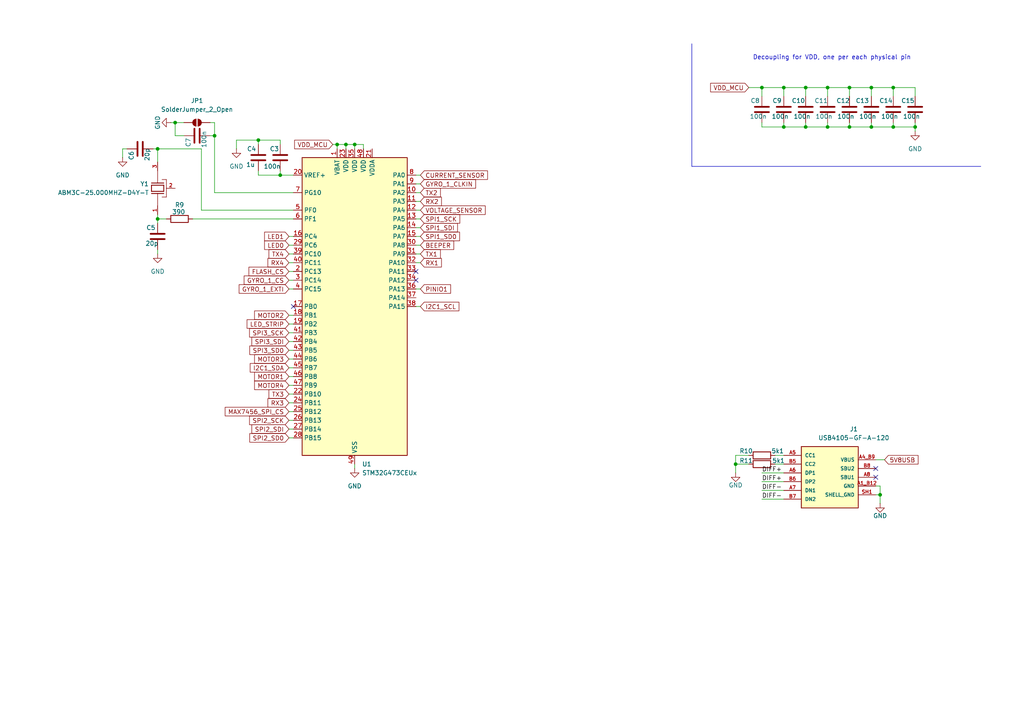
<source format=kicad_sch>
(kicad_sch (version 20250114) (generator "eeschema") (generator_version "9.0")
  (paper "A4")
  (lib_symbols
    (symbol "Device:C" (pin_numbers (hide yes)) (pin_names (offset 0.254))
      (property "Reference" "C" (at 0.635 2.54 0))
      (property "Value" "C" (at 0.635 -2.54 0))
      (symbol "C_0_1"
        (polyline (pts (xy -2.032 0.762) (xy 2.032 0.762)) (stroke (width 0.508)))
        (polyline (pts (xy -2.032 -0.762) (xy 2.032 -0.762)) (stroke (width 0.508)))
      )
      (symbol "C_1_1"
        (pin passive line (at 0 3.81 270) (length 2.794) (name "~") (number "1"))
        (pin passive line (at 0 -3.81 90) (length 2.794) (name "~") (number "2"))
      )
    )
    (symbol "Device:R" (pin_numbers (hide yes)) (pin_names (offset 0))
      (property "Reference" "R" (at 2.032 0 90))
      (property "Value" "R" (at 0 0 90))
      (symbol "R_0_1"
        (rectangle (start -1.016 -2.54) (end 1.016 2.54) (stroke (width 0.254)))
      )
      (symbol "R_1_1"
        (pin passive line (at 0 3.81 270) (length 1.27) (name "~") (number "1"))
        (pin passive line (at 0 -3.81 90) (length 1.27) (name "~") (number "2"))
      )
    )
    (symbol "Jumper:SolderJumper_2_Open" (pin_numbers (hide yes)) (pin_names (offset 0) (hide yes)) (in_bom no)
      (property "Reference" "JP" (at 0 2.032 0))
      (property "Value" "SolderJumper_2_Open" (at 0 -2.54 0))
      (symbol "SolderJumper_2_Open_0_1"
        (polyline (pts (xy -0.254 1.016) (xy -0.254 -1.016)))
        (arc (start -0.254 -1.016) (mid -1.2656 0) (end -0.254 1.016))
        (arc (start -0.254 -1.016) (mid -1.2656 0) (end -0.254 1.016) (fill (type outline)))
        (arc (start 0.254 1.016) (mid 1.2656 0) (end 0.254 -1.016))
        (arc (start 0.254 1.016) (mid 1.2656 0) (end 0.254 -1.016) (fill (type outline)))
        (polyline (pts (xy 0.254 1.016) (xy 0.254 -1.016)))
      )
      (symbol "SolderJumper_2_Open_1_1"
        (pin passive line (at -3.81 0 0) (length 2.54) (name "A") (number "1"))
        (pin passive line (at 3.81 0 180) (length 2.54) (name "B") (number "2"))
      )
    )
    (symbol "MCU_ST_STM32G4:STM32G473CEUx"
      (property "Reference" "U" (at -15.24 44.45 0))
      (property "Value" "STM32G473CEUx" (at 7.62 44.45 0))
      (symbol "STM32G473CEUx_0_1"
        (rectangle (start -15.24 -43.18) (end 15.24 43.18) (stroke (width 0.254)) (fill (type background)))
      )
      (symbol "STM32G473CEUx_1_1"
        (pin input line (at -17.78 38.1 0) (length 2.54) (name "VREF+") (number "20"))
        (pin bidirectional line (at -17.78 33.02 0) (length 2.54) (name "PG10") (number "7"))
        (pin bidirectional line (at -17.78 27.94 0) (length 2.54) (name "PF0") (number "5"))
        (pin bidirectional line (at -17.78 25.4 0) (length 2.54) (name "PF1") (number "6"))
        (pin bidirectional line (at -17.78 20.32 0) (length 2.54) (name "PC4") (number "16"))
        (pin bidirectional line (at -17.78 17.78 0) (length 2.54) (name "PC6") (number "29"))
        (pin bidirectional line (at -17.78 15.24 0) (length 2.54) (name "PC10") (number "39"))
        (pin bidirectional line (at -17.78 12.7 0) (length 2.54) (name "PC11") (number "40"))
        (pin bidirectional line (at -17.78 10.16 0) (length 2.54) (name "PC13") (number "2"))
        (pin bidirectional line (at -17.78 7.62 0) (length 2.54) (name "PC14") (number "3"))
        (pin bidirectional line (at -17.78 5.08 0) (length 2.54) (name "PC15") (number "4"))
        (pin bidirectional line (at -17.78 0 0) (length 2.54) (name "PB0") (number "17"))
        (pin bidirectional line (at -17.78 -2.54 0) (length 2.54) (name "PB1") (number "18"))
        (pin bidirectional line (at -17.78 -5.08 0) (length 2.54) (name "PB2") (number "19"))
        (pin bidirectional line (at -17.78 -7.62 0) (length 2.54) (name "PB3") (number "41"))
        (pin bidirectional line (at -17.78 -10.16 0) (length 2.54) (name "PB4") (number "42"))
        (pin bidirectional line (at -17.78 -12.7 0) (length 2.54) (name "PB5") (number "43"))
        (pin bidirectional line (at -17.78 -15.24 0) (length 2.54) (name "PB6") (number "44"))
        (pin bidirectional line (at -17.78 -17.78 0) (length 2.54) (name "PB7") (number "45"))
        (pin bidirectional line (at -17.78 -20.32 0) (length 2.54) (name "PB8") (number "46"))
        (pin bidirectional line (at -17.78 -22.86 0) (length 2.54) (name "PB9") (number "47"))
        (pin bidirectional line (at -17.78 -25.4 0) (length 2.54) (name "PB10") (number "22"))
        (pin bidirectional line (at -17.78 -27.94 0) (length 2.54) (name "PB11") (number "24"))
        (pin bidirectional line (at -17.78 -30.48 0) (length 2.54) (name "PB12") (number "25"))
        (pin bidirectional line (at -17.78 -33.02 0) (length 2.54) (name "PB13") (number "26"))
        (pin bidirectional line (at -17.78 -35.56 0) (length 2.54) (name "PB14") (number "27"))
        (pin bidirectional line (at -17.78 -38.1 0) (length 2.54) (name "PB15") (number "28"))
        (pin power_in line (at -5.08 45.72 270) (length 2.54) (name "VBAT") (number "1"))
        (pin power_in line (at -2.54 45.72 270) (length 2.54) (name "VDD") (number "23"))
        (pin power_in line (at 0 45.72 270) (length 2.54) (name "VDD") (number "35"))
        (pin power_in line (at 0 -45.72 90) (length 2.54) (name "VSS") (number "49"))
        (pin power_in line (at 2.54 45.72 270) (length 2.54) (name "VDD") (number "48"))
        (pin power_in line (at 5.08 45.72 270) (length 2.54) (name "VDDA") (number "21"))
        (pin bidirectional line (at 17.78 38.1 180) (length 2.54) (name "PA0") (number "8"))
        (pin bidirectional line (at 17.78 35.56 180) (length 2.54) (name "PA1") (number "9"))
        (pin bidirectional line (at 17.78 33.02 180) (length 2.54) (name "PA2") (number "10"))
        (pin bidirectional line (at 17.78 30.48 180) (length 2.54) (name "PA3") (number "11"))
        (pin bidirectional line (at 17.78 27.94 180) (length 2.54) (name "PA4") (number "12"))
        (pin bidirectional line (at 17.78 25.4 180) (length 2.54) (name "PA5") (number "13"))
        (pin bidirectional line (at 17.78 22.86 180) (length 2.54) (name "PA6") (number "14"))
        (pin bidirectional line (at 17.78 20.32 180) (length 2.54) (name "PA7") (number "15"))
        (pin bidirectional line (at 17.78 17.78 180) (length 2.54) (name "PA8") (number "30"))
        (pin bidirectional line (at 17.78 15.24 180) (length 2.54) (name "PA9") (number "31"))
        (pin bidirectional line (at 17.78 12.7 180) (length 2.54) (name "PA10") (number "32"))
        (pin bidirectional line (at 17.78 10.16 180) (length 2.54) (name "PA11") (number "33"))
        (pin bidirectional line (at 17.78 7.62 180) (length 2.54) (name "PA12") (number "34"))
        (pin bidirectional line (at 17.78 5.08 180) (length 2.54) (name "PA13") (number "36"))
        (pin bidirectional line (at 17.78 2.54 180) (length 2.54) (name "PA14") (number "37"))
        (pin bidirectional line (at 17.78 0 180) (length 2.54) (name "PA15") (number "38"))
      )
    )
    (symbol "fcg4:ABM3C-25.000MHZ-D4Y-T" (pin_names (offset 1.016))
      (property "Reference" "Y" (at -5.087 3.0522 0))
      (property "Value" "ABM3C-25.000MHZ-D4Y-T" (at 5.08 -3.048 0))
      (symbol "ABM3C-25.000MHZ-D4Y-T_0_0"
        (polyline (pts (xy -5.08 0) (xy -1.524 0)) (stroke (width 0.1524)))
        (polyline (pts (xy -2.54 -1.27) (xy -2.54 -2.54)) (stroke (width 0.1524)))
        (polyline (pts (xy -2.54 -2.54) (xy 2.54 -2.54)) (stroke (width 0.1524)))
        (polyline (pts (xy -1.524 1.778) (xy -1.524 0)) (stroke (width 0.254)))
        (polyline (pts (xy -1.524 0) (xy -1.524 -1.778)) (stroke (width 0.254)))
        (polyline (pts (xy -0.889 1.778) (xy -0.889 -1.778)) (stroke (width 0.254)))
        (polyline (pts (xy -0.889 -1.778) (xy 0.889 -1.778)) (stroke (width 0.254)))
        (polyline (pts (xy 0.889 1.778) (xy -0.889 1.778)) (stroke (width 0.254)))
        (polyline (pts (xy 0.889 -1.778) (xy 0.889 1.778)) (stroke (width 0.254)))
        (polyline (pts (xy 1.524 1.778) (xy 1.524 0)) (stroke (width 0.254)))
        (polyline (pts (xy 1.524 0) (xy 1.524 -1.778)) (stroke (width 0.254)))
        (polyline (pts (xy 1.524 0) (xy 5.08 0)) (stroke (width 0.1524)))
        (polyline (pts (xy 2.54 -2.54) (xy 2.54 -1.27)) (stroke (width 0.1524)))
        (pin passive line (at -7.62 0 0) (length 2.54) (name "~") (number "1"))
        (pin power_in line (at 0 -5.08 90) (length 2.54) (name "~") (number "2"))
        (pin power_in line (at 0 -5.08 90) (length 2.54) (hide yes) (name "~") (number "4"))
        (pin passive line (at 7.62 0 180) (length 2.54) (name "~") (number "3"))
      )
    )
    (symbol "fcg4:USB4105-GF-A-120" (pin_names (offset 1.016))
      (property "Reference" "J" (at -15.24 13.97 0))
      (property "Value" "USB4105-GF-A-120" (at -15.24 -15.24 0))
      (symbol "USB4105-GF-A-120_0_0"
        (rectangle (start -15.24 12.7) (end 1.27 -5.08) (stroke (width 0.254)) (fill (type background)))
        (pin bidirectional line (at -20.32 10.16 0) (length 5.08) (name "CC1") (number "A5"))
        (pin bidirectional line (at -20.32 7.62 0) (length 5.08) (name "CC2") (number "B5"))
        (pin bidirectional line (at -20.32 5.08 0) (length 5.08) (name "DP1") (number "A6"))
        (pin bidirectional line (at -20.32 2.54 0) (length 5.08) (name "DP2") (number "B6"))
        (pin bidirectional line (at -20.32 0 0) (length 5.08) (name "DN1") (number "A7"))
        (pin bidirectional line (at -20.32 -2.54 0) (length 5.08) (name "DN2") (number "B7"))
        (pin power_in line (at 6.35 8.89 180) (length 5.08) (name "VBUS") (number "A4_B9"))
        (pin bidirectional line (at 6.35 6.35 180) (length 5.08) (name "SBU2") (number "B8"))
        (pin bidirectional line (at 6.35 3.81 180) (length 5.08) (name "SBU1") (number "A8"))
        (pin power_in line (at 6.35 1.27 180) (length 5.08) (name "GND") (number "A1_B12"))
        (pin power_in line (at 6.35 -1.27 180) (length 5.08) (name "SHELL_GND") (number "SH1"))
      )
    )
    (symbol "power:GND" (power) (pin_numbers (hide yes)) (pin_names (offset 0) (hide yes))
      (property "Value" "GND" (at 0 -3.81 0))
      (symbol "GND_0_1"
        (polyline (pts (xy 0 0) (xy 0 -1.27) (xy 1.27 -1.27) (xy 0 -2.54) (xy -1.27 -1.27) (xy 0 -1.27)))
      )
      (symbol "GND_1_1"
        (pin power_in line (at 0 0 270) (length 0) (name "~") (number "1"))
      )
    )
  )
  (text "Decoupling for VDD, one per each physical pin" (at 241.3 16.764 0) (effects (font (size 1.27 1.27))))
  (junction (at 213.36 134.62))
  (junction (at 240.03 25.4))
  (junction (at 62.23 39.37))
  (junction (at 259.08 36.83))
  (junction (at 233.68 36.83))
  (junction (at 252.73 36.83))
  (junction (at 233.68 25.4))
  (junction (at 220.98 25.4))
  (junction (at 45.72 43.18))
  (junction (at 102.87 41.91))
  (junction (at 255.27 143.51))
  (junction (at 45.72 63.5))
  (junction (at 246.38 25.4))
  (junction (at 100.33 41.91))
  (junction (at 240.03 36.83))
  (junction (at 246.38 36.83))
  (junction (at 50.8 35.56))
  (junction (at 81.28 50.8))
  (junction (at 227.33 25.4))
  (junction (at 252.73 25.4))
  (junction (at 97.79 41.91))
  (junction (at 74.93 40.64))
  (junction (at 227.33 36.83))
  (junction (at 265.43 36.83))
  (junction (at 259.08 25.4))
  (no_connect (at 254 135.89))
  (no_connect (at 120.65 81.28))
  (no_connect (at 85.09 88.9))
  (no_connect (at 120.65 78.74))
  (no_connect (at 254 138.43))
  (wire (pts (xy 81.28 49.53) (xy 81.28 50.8)))
  (wire (pts (xy 220.98 142.24) (xy 227.33 142.24)))
  (wire (pts (xy 83.82 114.3) (xy 85.09 114.3)))
  (wire (pts (xy 68.58 40.64) (xy 74.93 40.64)))
  (wire (pts (xy 233.68 25.4) (xy 233.68 27.94)))
  (wire (pts (xy 83.82 104.14) (xy 85.09 104.14)))
  (wire (pts (xy 240.03 35.56) (xy 240.03 36.83)))
  (wire (pts (xy 44.45 43.18) (xy 45.72 43.18)))
  (wire (pts (xy 96.52 41.91) (xy 97.79 41.91)))
  (wire (pts (xy 120.65 83.82) (xy 121.92 83.82)))
  (wire (pts (xy 265.43 36.83) (xy 265.43 38.1)))
  (wire (pts (xy 213.36 137.16) (xy 213.36 134.62)))
  (wire (pts (xy 120.65 53.34) (xy 121.92 53.34)))
  (wire (pts (xy 240.03 25.4) (xy 233.68 25.4)))
  (wire (pts (xy 45.72 43.18) (xy 45.72 46.99)))
  (wire (pts (xy 60.96 35.56) (xy 62.23 35.56)))
  (wire (pts (xy 83.82 96.52) (xy 85.09 96.52)))
  (wire (pts (xy 252.73 25.4) (xy 252.73 27.94)))
  (wire (pts (xy 83.82 121.92) (xy 85.09 121.92)))
  (wire (pts (xy 81.28 50.8) (xy 74.93 50.8)))
  (wire (pts (xy 233.68 36.83) (xy 240.03 36.83)))
  (wire (pts (xy 35.56 43.18) (xy 36.83 43.18)))
  (wire (pts (xy 83.82 99.06) (xy 85.09 99.06)))
  (wire (pts (xy 74.93 50.8) (xy 74.93 49.53)))
  (wire (pts (xy 224.79 132.08) (xy 227.33 132.08)))
  (wire (pts (xy 83.82 78.74) (xy 85.09 78.74)))
  (wire (pts (xy 252.73 25.4) (xy 246.38 25.4)))
  (wire (pts (xy 85.09 50.8) (xy 81.28 50.8)))
  (wire (pts (xy 220.98 137.16) (xy 227.33 137.16)))
  (wire (pts (xy 62.23 39.37) (xy 62.23 55.88)))
  (wire (pts (xy 100.33 41.91) (xy 100.33 43.18)))
  (wire (pts (xy 35.56 45.72) (xy 35.56 43.18)))
  (polyline (pts (xy 284.48 48.26) (xy 200.66 48.26)))
  (wire (pts (xy 49.53 35.56) (xy 50.8 35.56)))
  (wire (pts (xy 83.82 68.58) (xy 85.09 68.58)))
  (wire (pts (xy 227.33 35.56) (xy 227.33 36.83)))
  (wire (pts (xy 50.8 39.37) (xy 50.8 35.56)))
  (wire (pts (xy 53.34 39.37) (xy 50.8 39.37)))
  (wire (pts (xy 105.41 41.91) (xy 102.87 41.91)))
  (wire (pts (xy 45.72 63.5) (xy 45.72 64.77)))
  (wire (pts (xy 259.08 35.56) (xy 259.08 36.83)))
  (wire (pts (xy 58.42 60.96) (xy 58.42 43.18)))
  (wire (pts (xy 254 133.35) (xy 256.54 133.35)))
  (wire (pts (xy 220.98 139.7) (xy 227.33 139.7)))
  (wire (pts (xy 227.33 25.4) (xy 220.98 25.4)))
  (wire (pts (xy 55.88 63.5) (xy 85.09 63.5)))
  (wire (pts (xy 246.38 25.4) (xy 246.38 27.94)))
  (wire (pts (xy 220.98 36.83) (xy 227.33 36.83)))
  (wire (pts (xy 83.82 81.28) (xy 85.09 81.28)))
  (wire (pts (xy 120.65 73.66) (xy 121.92 73.66)))
  (wire (pts (xy 102.87 41.91) (xy 100.33 41.91)))
  (wire (pts (xy 105.41 43.18) (xy 105.41 41.91)))
  (wire (pts (xy 217.17 132.08) (xy 213.36 132.08)))
  (wire (pts (xy 50.8 35.56) (xy 53.34 35.56)))
  (wire (pts (xy 83.82 76.2) (xy 85.09 76.2)))
  (wire (pts (xy 265.43 25.4) (xy 259.08 25.4)))
  (wire (pts (xy 83.82 101.6) (xy 85.09 101.6)))
  (wire (pts (xy 102.87 41.91) (xy 102.87 43.18)))
  (wire (pts (xy 227.33 25.4) (xy 227.33 27.94)))
  (wire (pts (xy 60.96 39.37) (xy 62.23 39.37)))
  (wire (pts (xy 102.87 134.62) (xy 102.87 135.89)))
  (wire (pts (xy 83.82 124.46) (xy 85.09 124.46)))
  (wire (pts (xy 259.08 36.83) (xy 265.43 36.83)))
  (wire (pts (xy 68.58 43.18) (xy 68.58 40.64)))
  (wire (pts (xy 81.28 40.64) (xy 81.28 41.91)))
  (wire (pts (xy 120.65 50.8) (xy 121.92 50.8)))
  (polyline (pts (xy 200.66 12.7) (xy 200.66 48.26)))
  (wire (pts (xy 83.82 111.76) (xy 85.09 111.76)))
  (wire (pts (xy 254 143.51) (xy 255.27 143.51)))
  (wire (pts (xy 217.17 25.4) (xy 220.98 25.4)))
  (wire (pts (xy 254 140.97) (xy 255.27 140.97)))
  (wire (pts (xy 83.82 91.44) (xy 85.09 91.44)))
  (wire (pts (xy 233.68 25.4) (xy 227.33 25.4)))
  (wire (pts (xy 213.36 132.08) (xy 213.36 134.62)))
  (wire (pts (xy 213.36 134.62) (xy 217.17 134.62)))
  (wire (pts (xy 120.65 66.04) (xy 121.92 66.04)))
  (wire (pts (xy 74.93 40.64) (xy 81.28 40.64)))
  (wire (pts (xy 83.82 119.38) (xy 85.09 119.38)))
  (wire (pts (xy 224.79 134.62) (xy 227.33 134.62)))
  (wire (pts (xy 265.43 27.94) (xy 265.43 25.4)))
  (wire (pts (xy 62.23 55.88) (xy 85.09 55.88)))
  (wire (pts (xy 45.72 63.5) (xy 48.26 63.5)))
  (wire (pts (xy 120.65 58.42) (xy 121.92 58.42)))
  (wire (pts (xy 246.38 35.56) (xy 246.38 36.83)))
  (wire (pts (xy 220.98 144.78) (xy 227.33 144.78)))
  (wire (pts (xy 120.65 68.58) (xy 121.92 68.58)))
  (wire (pts (xy 83.82 83.82) (xy 85.09 83.82)))
  (wire (pts (xy 45.72 62.23) (xy 45.72 63.5)))
  (wire (pts (xy 220.98 25.4) (xy 220.98 27.94)))
  (wire (pts (xy 83.82 106.68) (xy 85.09 106.68)))
  (wire (pts (xy 220.98 35.56) (xy 220.98 36.83)))
  (wire (pts (xy 120.65 71.12) (xy 121.92 71.12)))
  (wire (pts (xy 255.27 140.97) (xy 255.27 143.51)))
  (wire (pts (xy 246.38 36.83) (xy 252.73 36.83)))
  (wire (pts (xy 120.65 88.9) (xy 121.92 88.9)))
  (wire (pts (xy 120.65 55.88) (xy 121.92 55.88)))
  (wire (pts (xy 246.38 25.4) (xy 240.03 25.4)))
  (wire (pts (xy 83.82 127) (xy 85.09 127)))
  (wire (pts (xy 45.72 72.39) (xy 45.72 73.66)))
  (wire (pts (xy 85.09 60.96) (xy 58.42 60.96)))
  (wire (pts (xy 259.08 25.4) (xy 252.73 25.4)))
  (wire (pts (xy 83.82 93.98) (xy 85.09 93.98)))
  (wire (pts (xy 255.27 146.05) (xy 255.27 143.51)))
  (wire (pts (xy 83.82 109.22) (xy 85.09 109.22)))
  (wire (pts (xy 120.65 76.2) (xy 121.92 76.2)))
  (wire (pts (xy 100.33 41.91) (xy 97.79 41.91)))
  (wire (pts (xy 227.33 36.83) (xy 233.68 36.83)))
  (wire (pts (xy 252.73 35.56) (xy 252.73 36.83)))
  (wire (pts (xy 240.03 36.83) (xy 246.38 36.83)))
  (wire (pts (xy 120.65 63.5) (xy 121.92 63.5)))
  (wire (pts (xy 233.68 35.56) (xy 233.68 36.83)))
  (wire (pts (xy 265.43 35.56) (xy 265.43 36.83)))
  (wire (pts (xy 83.82 71.12) (xy 85.09 71.12)))
  (wire (pts (xy 120.65 60.96) (xy 121.92 60.96)))
  (wire (pts (xy 74.93 40.64) (xy 74.93 41.91)))
  (wire (pts (xy 83.82 73.66) (xy 85.09 73.66)))
  (wire (pts (xy 83.82 116.84) (xy 85.09 116.84)))
  (wire (pts (xy 259.08 25.4) (xy 259.08 27.94)))
  (wire (pts (xy 252.73 36.83) (xy 259.08 36.83)))
  (wire (pts (xy 58.42 43.18) (xy 45.72 43.18)))
  (wire (pts (xy 97.79 41.91) (xy 97.79 43.18)))
  (wire (pts (xy 240.03 25.4) (xy 240.03 27.94)))
  (wire (pts (xy 62.23 35.56) (xy 62.23 39.37)))
  (label "DIFF+" (at 220.98 137.16 0))
  (label "DIFF+" (at 220.98 139.7 0))
  (label "DIFF-" (at 220.98 144.78 0))
  (label "DIFF-" (at 220.98 142.24 0))
  (global_label "GYRO_1_EXTI" (shape input) (at 83.82 83.82 180) (property "Intersheetrefs" "${INTERSHEET_REFS}" (effects (hide yes))))
  (global_label "SPI1_SCK" (shape input) (at 121.92 63.5 0) (property "Intersheetrefs" "${INTERSHEET_REFS}" (effects (hide yes))))
  (global_label "SPI1_SD0" (shape input) (at 121.92 68.58 0) (property "Intersheetrefs" "${INTERSHEET_REFS}" (effects (hide yes))))
  (global_label "SPI2_SCK" (shape input) (at 83.82 121.92 180) (property "Intersheetrefs" "${INTERSHEET_REFS}" (effects (hide yes))))
  (global_label "MOTOR1" (shape input) (at 83.82 109.22 180) (property "Intersheetrefs" "${INTERSHEET_REFS}" (effects (hide yes))))
  (global_label "I2C1_SDA" (shape input) (at 83.82 106.68 180) (property "Intersheetrefs" "${INTERSHEET_REFS}" (effects (hide yes))))
  (global_label "SPI3_SCK" (shape input) (at 83.82 96.52 180) (property "Intersheetrefs" "${INTERSHEET_REFS}" (effects (hide yes))))
  (global_label "SPI3_SD0" (shape input) (at 83.82 101.6 180) (property "Intersheetrefs" "${INTERSHEET_REFS}" (effects (hide yes))))
  (global_label "FLASH_CS" (shape input) (at 83.82 78.74 180) (property "Intersheetrefs" "${INTERSHEET_REFS}" (effects (hide yes))))
  (global_label "GYRO_1_CLKIN" (shape input) (at 121.92 53.34 0) (property "Intersheetrefs" "${INTERSHEET_REFS}" (effects (hide yes))))
  (global_label "I2C1_SCL" (shape input) (at 121.92 88.9 0) (property "Intersheetrefs" "${INTERSHEET_REFS}" (effects (hide yes))))
  (global_label "RX1" (shape input) (at 121.92 76.2 0) (property "Intersheetrefs" "${INTERSHEET_REFS}" (effects (hide yes))))
  (global_label "VOLTAGE_SENSOR" (shape input) (at 121.92 60.96 0) (property "Intersheetrefs" "${INTERSHEET_REFS}" (effects (hide yes))))
  (global_label "RX4" (shape input) (at 83.82 76.2 180) (property "Intersheetrefs" "${INTERSHEET_REFS}" (effects (hide yes))))
  (global_label "TX2" (shape input) (at 121.92 55.88 0) (property "Intersheetrefs" "${INTERSHEET_REFS}" (effects (hide yes))))
  (global_label "MOTOR2" (shape input) (at 83.82 91.44 180) (property "Intersheetrefs" "${INTERSHEET_REFS}" (effects (hide yes))))
  (global_label "LED1" (shape input) (at 83.82 68.58 180) (property "Intersheetrefs" "${INTERSHEET_REFS}" (effects (hide yes))))
  (global_label "LED0" (shape input) (at 83.82 71.12 180) (property "Intersheetrefs" "${INTERSHEET_REFS}" (effects (hide yes))))
  (global_label "LED_STRIP" (shape input) (at 83.82 93.98 180) (property "Intersheetrefs" "${INTERSHEET_REFS}" (effects (hide yes))))
  (global_label "RX2" (shape input) (at 121.92 58.42 0) (property "Intersheetrefs" "${INTERSHEET_REFS}" (effects (hide yes))))
  (global_label "PINIO1" (shape input) (at 121.92 83.82 0) (property "Intersheetrefs" "${INTERSHEET_REFS}" (effects (hide yes))))
  (global_label "SPI1_SDI" (shape input) (at 121.92 66.04 0) (property "Intersheetrefs" "${INTERSHEET_REFS}" (effects (hide yes))))
  (global_label "SPI2_SD0" (shape input) (at 83.82 127 180) (property "Intersheetrefs" "${INTERSHEET_REFS}" (effects (hide yes))))
  (global_label "BEEPER" (shape input) (at 121.92 71.12 0) (property "Intersheetrefs" "${INTERSHEET_REFS}" (effects (hide yes))))
  (global_label "5V8USB" (shape input) (at 256.54 133.35 0) (property "Intersheetrefs" "${INTERSHEET_REFS}" (effects (hide yes))))
  (global_label "TX3" (shape input) (at 83.82 114.3 180) (property "Intersheetrefs" "${INTERSHEET_REFS}" (effects (hide yes))))
  (global_label "MAX7456_SPI_CS" (shape input) (at 83.82 119.38 180) (property "Intersheetrefs" "${INTERSHEET_REFS}" (effects (hide yes))))
  (global_label "VDD_MCU" (shape input) (at 217.17 25.4 180) (property "Intersheetrefs" "${INTERSHEET_REFS}" (effects (hide yes))))
  (global_label "RX3" (shape input) (at 83.82 116.84 180) (property "Intersheetrefs" "${INTERSHEET_REFS}" (effects (hide yes))))
  (global_label "GYRO_1_CS" (shape input) (at 83.82 81.28 180) (property "Intersheetrefs" "${INTERSHEET_REFS}" (effects (hide yes))))
  (global_label "TX1" (shape input) (at 121.92 73.66 0) (property "Intersheetrefs" "${INTERSHEET_REFS}" (effects (hide yes))))
  (global_label "TX4" (shape input) (at 83.82 73.66 180) (property "Intersheetrefs" "${INTERSHEET_REFS}" (effects (hide yes))))
  (global_label "SPI2_SDI" (shape input) (at 83.82 124.46 180) (property "Intersheetrefs" "${INTERSHEET_REFS}" (effects (hide yes))))
  (global_label "SPI3_SDI" (shape input) (at 83.82 99.06 180) (property "Intersheetrefs" "${INTERSHEET_REFS}" (effects (hide yes))))
  (global_label "CURRENT_SENSOR" (shape input) (at 121.92 50.8 0) (property "Intersheetrefs" "${INTERSHEET_REFS}" (effects (hide yes))))
  (global_label "VDD_MCU" (shape input) (at 96.52 41.91 180) (property "Intersheetrefs" "${INTERSHEET_REFS}" (effects (hide yes))))
  (global_label "MOTOR4" (shape input) (at 83.82 111.76 180) (property "Intersheetrefs" "${INTERSHEET_REFS}" (effects (hide yes))))
  (global_label "MOTOR3" (shape input) (at 83.82 104.14 180) (property "Intersheetrefs" "${INTERSHEET_REFS}" (effects (hide yes))))
  (symbol (lib_id "power:GND") (at 255.27 146.05 0) (unit 1)
    (property "Reference" "#PWR018" (effects (hide yes)))
    (property "Value" "GND" (at 255.27 149.606 0))
    (property "Description" "Power symbol creates a global label with name \"GND\" , ground" (effects (hide yes)))
  )
  (symbol (lib_id "MCU_ST_STM32G4:STM32G473CEUx") (at 102.87 88.9 0) (unit 1)
    (property "Reference" "U1" (at 105.0133 134.62 0) (effects (justify left)))
    (property "Value" "STM32G473CEUx" (at 105.0133 137.16 0) (effects (justify left)))
    (property "Footprint" "Package_DFN_QFN:QFN-48-1EP_7x7mm_P0.5mm_EP5.6x5.6mm" (effects (hide yes)))
    (property "Datasheet" "https://www.st.com/resource/en/datasheet/stm32g473ce.pdf" (effects (hide yes)))
    (property "Description" "STMicroelectronics Arm Cortex-M4 MCU, 512KB flash, 128KB RAM, 170 MHz, 1.71-3.6V, 42 GPIO, UFQFPN48" (effects (hide yes)))
  )
  (symbol (lib_id "Device:C") (at 40.64 43.18 90) (unit 1)
    (property "Reference" "C6" (at 38.1 46.482 0) (effects (justify left)))
    (property "Value" "20p" (at 42.672 46.736 0) (effects (justify left)))
    (property "Description" "Unpolarized capacitor" (effects (hide yes)))
  )
  (symbol (lib_id "fcg4:ABM3C-25.000MHZ-D4Y-T") (at 45.72 54.61 90) (unit 1)
    (property "Reference" "Y1" (at 43.18 53.3399 90) (effects (justify left)))
    (property "Value" "ABM3C-25.000MHZ-D4Y-T" (at 43.18 55.8799 90) (effects (justify left)))
    (property "Footprint" "fcg4_fp:XTAL_ABM3C-25.000MHZ-D4Y-T" (effects (hide yes)))
    (property "DigiKey_Part_Number" "535-11296-1-ND" (effects (hide yes)))
    (property "SnapEDA_Link" "https://www.snapeda.com/parts/ABM3C-25.000MHZ-D4Y-T/Abracon/view-part/?ref=snap" (effects (hide yes)))
    (property "MAXIMUM_PACKAGE_HEIGHT" "1.3 mm" (effects (hide yes)))
    (property "Package" "SMD-4 Abracon" (effects (hide yes)))
    (property "Check_prices" "https://www.snapeda.com/parts/ABM3C-25.000MHZ-D4Y-T/Abracon/view-part/?ref=eda" (effects (hide yes)))
    (property "STANDARD" "Manufacturer recommendations" (effects (hide yes)))
    (property "PARTREV" "09-07-21" (effects (hide yes)))
    (property "MF" "Abracon" (effects (hide yes)))
    (property "MP" "ABM3C-25.000MHZ-D4Y-T" (effects (hide yes)))
    (property "Description_1" "25 MHz ±30ppm Crystal 18pF 50 Ohms 4-SMD, No Lead" (effects (hide yes)))
    (property "MANUFACTURER" "Abracon" (effects (hide yes)))
  )
  (symbol (lib_id "Device:C") (at 45.72 68.58 0) (unit 1)
    (property "Reference" "C5" (at 42.418 66.04 0) (effects (justify left)))
    (property "Value" "20p" (at 42.164 70.612 0) (effects (justify left)))
    (property "Description" "Unpolarized capacitor" (effects (hide yes)))
  )
  (symbol (lib_id "power:GND") (at 35.56 45.72 0) (unit 1)
    (property "Reference" "#PWR07" (effects (hide yes)))
    (property "Value" "GND" (at 35.56 50.8 0))
    (property "Description" "Power symbol creates a global label with name \"GND\" , ground" (effects (hide yes)))
  )
  (symbol (lib_id "Device:C") (at 74.93 45.72 0) (unit 1)
    (property "Reference" "C4" (at 71.628 43.18 0) (effects (justify left)))
    (property "Value" "1u" (at 71.374 47.752 0) (effects (justify left)))
    (property "Description" "Unpolarized capacitor" (effects (hide yes)))
  )
  (symbol (lib_id "Device:C") (at 220.98 31.75 0) (unit 1)
    (property "Reference" "C8" (at 217.678 29.21 0) (effects (justify left)))
    (property "Value" "100n" (at 217.424 33.782 0) (effects (justify left)))
    (property "Description" "Unpolarized capacitor" (effects (hide yes)))
  )
  (symbol (lib_id "Device:C") (at 246.38 31.75 0) (unit 1)
    (property "Reference" "C12" (at 242.57 29.21 0) (effects (justify left)))
    (property "Value" "100n" (at 242.824 33.782 0) (effects (justify left)))
    (property "Description" "Unpolarized capacitor" (effects (hide yes)))
  )
  (symbol (lib_id "power:GND") (at 45.72 73.66 0) (unit 1)
    (property "Reference" "#PWR06" (effects (hide yes)))
    (property "Value" "GND" (at 45.72 78.74 0))
    (property "Description" "Power symbol creates a global label with name \"GND\" , ground" (effects (hide yes)))
  )
  (symbol (lib_id "Device:C") (at 252.73 31.75 0) (unit 1)
    (property "Reference" "C13" (at 248.158 29.21 0) (effects (justify left)))
    (property "Value" "100n" (at 249.174 33.782 0) (effects (justify left)))
    (property "Description" "Unpolarized capacitor" (effects (hide yes)))
  )
  (symbol (lib_id "power:GND") (at 265.43 38.1 0) (unit 1)
    (property "Reference" "#PWR09" (effects (hide yes)))
    (property "Value" "GND" (at 265.43 43.18 0))
    (property "Description" "Power symbol creates a global label with name \"GND\" , ground" (effects (hide yes)))
  )
  (symbol (lib_id "Device:C") (at 240.03 31.75 0) (unit 1)
    (property "Reference" "C11" (at 236.22 29.21 0) (effects (justify left)))
    (property "Value" "100n" (at 236.474 33.782 0) (effects (justify left)))
    (property "Description" "Unpolarized capacitor" (effects (hide yes)))
  )
  (symbol (lib_id "Device:C") (at 233.68 31.75 0) (unit 1)
    (property "Reference" "C10" (at 229.616 29.21 0) (effects (justify left)))
    (property "Value" "100n" (at 230.124 33.782 0) (effects (justify left)))
    (property "Description" "Unpolarized capacitor" (effects (hide yes)))
  )
  (symbol (lib_id "Device:C") (at 81.28 45.72 0) (unit 1)
    (property "Reference" "C3" (at 78.232 43.18 0) (effects (justify left)))
    (property "Value" "100n" (at 76.454 48.26 0) (effects (justify left)))
    (property "Description" "Unpolarized capacitor" (effects (hide yes)))
  )
  (symbol (lib_id "power:GND") (at 213.36 137.16 0) (unit 1)
    (property "Reference" "#PWR017" (effects (hide yes)))
    (property "Value" "GND" (at 213.36 140.716 0))
    (property "Description" "Power symbol creates a global label with name \"GND\" , ground" (effects (hide yes)))
  )
  (symbol (lib_id "Device:C") (at 227.33 31.75 0) (unit 1)
    (property "Reference" "C9" (at 224.028 29.21 0) (effects (justify left)))
    (property "Value" "100n" (at 223.774 33.782 0) (effects (justify left)))
    (property "Description" "Unpolarized capacitor" (effects (hide yes)))
  )
  (symbol (lib_id "power:GND") (at 102.87 135.89 0) (unit 1)
    (property "Reference" "#PWR04" (effects (hide yes)))
    (property "Value" "GND" (at 102.87 140.97 0))
    (property "Description" "Power symbol creates a global label with name \"GND\" , ground" (effects (hide yes)))
  )
  (symbol (lib_id "Jumper:SolderJumper_2_Open") (at 57.15 35.56 0) (unit 1) (in_bom no)
    (property "Reference" "JP1" (at 57.15 29.21 0))
    (property "Value" "SolderJumper_2_Open" (at 57.15 31.75 0))
    (property "Description" "Solder Jumper, 2-pole, open" (effects (hide yes)))
  )
  (symbol (lib_id "Device:C") (at 259.08 31.75 0) (unit 1)
    (property "Reference" "C14" (at 255.016 29.21 0) (effects (justify left)))
    (property "Value" "100n" (at 255.524 33.782 0) (effects (justify left)))
    (property "Description" "Unpolarized capacitor" (effects (hide yes)))
  )
  (symbol (lib_id "fcg4:USB4105-GF-A-120") (at 247.65 142.24 0) (unit 1)
    (property "Reference" "J1" (at 247.65 124.46 0))
    (property "Value" "USB4105-GF-A-120" (at 247.65 127 0))
    (property "Footprint" "fcg4_fp:GCT_USB4105-GF-A-120" (effects (hide yes)))
    (property "DigiKey_Part_Number" "2073-USB4105-GF-A-120CT-ND" (effects (hide yes)))
    (property "SnapEDA_Link" "https://www.snapeda.com/parts/USB4105GFA120/Global+Connector+Technology/view-part/?ref=snap" (effects (hide yes)))
    (property "MAXIMUM_PACKAGE_HEIGHT" "3.31mm" (effects (hide yes)))
    (property "Package" "None" (effects (hide yes)))
    (property "Check_prices" "https://www.snapeda.com/parts/USB4105GFA120/Global+Connector+Technology/view-part/?ref=eda" (effects (hide yes)))
    (property "STANDARD" "Manufacturer Recommendations" (effects (hide yes)))
    (property "PARTREV" "B3" (effects (hide yes)))
    (property "MF" "Global Connector Technology" (effects (hide yes)))
    (property "MP" "USB4105GFA120" (effects (hide yes)))
    (property "Description_1" "USB CONN, 2.0 TYPE C, RCPT, 16POS, SMT; USB Connector Type:USB Type C; USB Standard:USB 2.0; Gender:Receptacle; No. of Positions:16Positions; Connector Mounting:Surface Mount, Through Hole Mount; Orientation:Right Angle RoHS Compliant: Yes" (effects (hide yes)))
    (property "MANUFACTURER" "Global Connector Technology" (effects (hide yes)))
  )
  (symbol (lib_id "Device:R") (at 220.98 132.08 90) (unit 1)
    (property "Reference" "R10" (at 216.408 130.81 90))
    (property "Value" "5k1" (at 225.552 130.81 90))
    (property "Description" "Resistor" (effects (hide yes)))
  )
  (symbol (lib_id "Device:C") (at 57.15 39.37 90) (unit 1)
    (property "Reference" "C7" (at 54.61 42.672 0) (effects (justify left)))
    (property "Value" "100n" (at 59.182 42.926 0) (effects (justify left)))
    (property "Description" "Unpolarized capacitor" (effects (hide yes)))
  )
  (symbol (lib_id "power:GND") (at 68.58 43.18 0) (unit 1)
    (property "Reference" "#PWR05" (effects (hide yes)))
    (property "Value" "GND" (at 68.58 48.26 0))
    (property "Description" "Power symbol creates a global label with name \"GND\" , ground" (effects (hide yes)))
  )
  (symbol (lib_id "Device:R") (at 220.98 134.62 90) (unit 1)
    (property "Reference" "R11" (at 216.408 133.604 90))
    (property "Value" "5k1" (at 225.806 133.604 90))
    (property "Description" "Resistor" (effects (hide yes)))
  )
  (symbol (lib_id "power:GND") (at 49.53 35.56 270) (unit 1)
    (property "Reference" "#PWR08" (effects (hide yes)))
    (property "Value" "GND" (at 45.72 35.56 0))
    (property "Description" "Power symbol creates a global label with name \"GND\" , ground" (effects (hide yes)))
  )
  (symbol (lib_id "Device:R") (at 52.07 63.5 90) (unit 1)
    (property "Reference" "R9" (at 52.07 59.436 90))
    (property "Value" "390" (at 51.816 61.468 90))
    (property "Description" "Resistor" (effects (hide yes)))
  )
  (symbol (lib_id "Device:C") (at 265.43 31.75 0) (unit 1)
    (property "Reference" "C15" (at 261.366 29.21 0) (effects (justify left)))
    (property "Value" "100n" (at 261.874 33.782 0) (effects (justify left)))
    (property "Description" "Unpolarized capacitor" (effects (hide yes)))
  )
)
</source>
